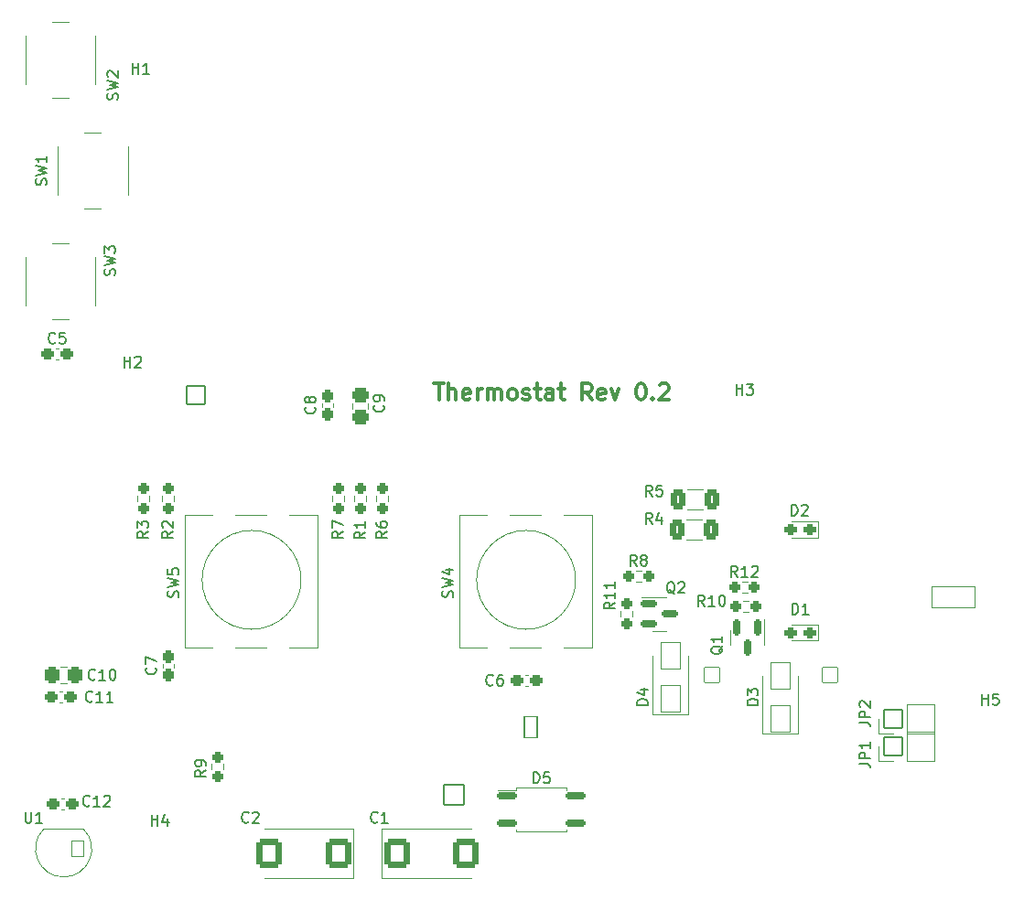
<source format=gto>
G04 #@! TF.GenerationSoftware,KiCad,Pcbnew,(6.0.9)*
G04 #@! TF.CreationDate,2022-11-18T10:30:43-07:00*
G04 #@! TF.ProjectId,Thermostat1,54686572-6d6f-4737-9461-74312e6b6963,rev?*
G04 #@! TF.SameCoordinates,Original*
G04 #@! TF.FileFunction,Legend,Top*
G04 #@! TF.FilePolarity,Positive*
%FSLAX46Y46*%
G04 Gerber Fmt 4.6, Leading zero omitted, Abs format (unit mm)*
G04 Created by KiCad (PCBNEW (6.0.9)) date 2022-11-18 10:30:43*
%MOMM*%
%LPD*%
G01*
G04 APERTURE LIST*
G04 Aperture macros list*
%AMRoundRect*
0 Rectangle with rounded corners*
0 $1 Rounding radius*
0 $2 $3 $4 $5 $6 $7 $8 $9 X,Y pos of 4 corners*
0 Add a 4 corners polygon primitive as box body*
4,1,4,$2,$3,$4,$5,$6,$7,$8,$9,$2,$3,0*
0 Add four circle primitives for the rounded corners*
1,1,$1+$1,$2,$3*
1,1,$1+$1,$4,$5*
1,1,$1+$1,$6,$7*
1,1,$1+$1,$8,$9*
0 Add four rect primitives between the rounded corners*
20,1,$1+$1,$2,$3,$4,$5,0*
20,1,$1+$1,$4,$5,$6,$7,0*
20,1,$1+$1,$6,$7,$8,$9,0*
20,1,$1+$1,$8,$9,$2,$3,0*%
G04 Aperture macros list end*
%ADD10C,0.300000*%
%ADD11C,0.150000*%
%ADD12C,0.120000*%
%ADD13O,1.952000X3.150000*%
%ADD14C,2.102000*%
%ADD15RoundRect,0.288500X-0.250000X-0.237500X0.250000X-0.237500X0.250000X0.237500X-0.250000X0.237500X0*%
%ADD16RoundRect,0.288500X0.237500X-0.250000X0.237500X0.250000X-0.237500X0.250000X-0.237500X-0.250000X0*%
%ADD17RoundRect,0.301000X-0.400000X-0.625000X0.400000X-0.625000X0.400000X0.625000X-0.400000X0.625000X0*%
%ADD18RoundRect,0.051000X0.525000X0.750000X-0.525000X0.750000X-0.525000X-0.750000X0.525000X-0.750000X0*%
%ADD19O,1.152000X1.602000*%
%ADD20RoundRect,0.288500X0.287500X0.237500X-0.287500X0.237500X-0.287500X-0.237500X0.287500X-0.237500X0*%
%ADD21RoundRect,0.288500X-0.237500X0.250000X-0.237500X-0.250000X0.237500X-0.250000X0.237500X0.250000X0*%
%ADD22RoundRect,0.201000X-0.150000X0.587500X-0.150000X-0.587500X0.150000X-0.587500X0.150000X0.587500X0*%
%ADD23RoundRect,0.051000X0.900000X-1.250000X0.900000X1.250000X-0.900000X1.250000X-0.900000X-1.250000X0*%
%ADD24RoundRect,0.301000X-0.475000X0.337500X-0.475000X-0.337500X0.475000X-0.337500X0.475000X0.337500X0*%
%ADD25RoundRect,0.288500X-0.300000X-0.237500X0.300000X-0.237500X0.300000X0.237500X-0.300000X0.237500X0*%
%ADD26RoundRect,0.288500X-0.237500X0.300000X-0.237500X-0.300000X0.237500X-0.300000X0.237500X0.300000X0*%
%ADD27C,5.702000*%
%ADD28RoundRect,0.288500X0.250000X0.237500X-0.250000X0.237500X-0.250000X-0.237500X0.250000X-0.237500X0*%
%ADD29RoundRect,0.201000X-0.587500X-0.150000X0.587500X-0.150000X0.587500X0.150000X-0.587500X0.150000X0*%
%ADD30RoundRect,0.301000X-0.875000X-1.025000X0.875000X-1.025000X0.875000X1.025000X-0.875000X1.025000X0*%
%ADD31RoundRect,0.051000X0.850000X-0.850000X0.850000X0.850000X-0.850000X0.850000X-0.850000X-0.850000X0*%
%ADD32O,1.802000X1.802000*%
%ADD33RoundRect,0.301000X0.875000X1.025000X-0.875000X1.025000X-0.875000X-1.025000X0.875000X-1.025000X0*%
%ADD34RoundRect,0.301000X0.337500X0.475000X-0.337500X0.475000X-0.337500X-0.475000X0.337500X-0.475000X0*%
%ADD35RoundRect,0.201000X-0.750000X-0.150000X0.750000X-0.150000X0.750000X0.150000X-0.750000X0.150000X0*%
%ADD36RoundRect,0.288500X0.300000X0.237500X-0.300000X0.237500X-0.300000X-0.237500X0.300000X-0.237500X0*%
%ADD37RoundRect,0.051000X0.700000X0.700000X-0.700000X0.700000X-0.700000X-0.700000X0.700000X-0.700000X0*%
%ADD38C,1.502000*%
%ADD39RoundRect,0.051000X-0.850000X0.850000X-0.850000X-0.850000X0.850000X-0.850000X0.850000X0.850000X0*%
%ADD40RoundRect,0.051000X0.600000X1.000000X-0.600000X1.000000X-0.600000X-1.000000X0.600000X-1.000000X0*%
%ADD41O,1.302000X2.102000*%
%ADD42RoundRect,0.051000X1.980000X-0.990000X1.980000X0.990000X-1.980000X0.990000X-1.980000X-0.990000X0*%
%ADD43O,4.062000X2.082000*%
%ADD44RoundRect,0.051000X0.925000X-0.925000X0.925000X0.925000X-0.925000X0.925000X-0.925000X-0.925000X0*%
%ADD45C,1.952000*%
G04 APERTURE END LIST*
D10*
X63747428Y-61154571D02*
X64604571Y-61154571D01*
X64176000Y-62654571D02*
X64176000Y-61154571D01*
X65104571Y-62654571D02*
X65104571Y-61154571D01*
X65747428Y-62654571D02*
X65747428Y-61868857D01*
X65676000Y-61726000D01*
X65533142Y-61654571D01*
X65318857Y-61654571D01*
X65176000Y-61726000D01*
X65104571Y-61797428D01*
X67033142Y-62583142D02*
X66890285Y-62654571D01*
X66604571Y-62654571D01*
X66461714Y-62583142D01*
X66390285Y-62440285D01*
X66390285Y-61868857D01*
X66461714Y-61726000D01*
X66604571Y-61654571D01*
X66890285Y-61654571D01*
X67033142Y-61726000D01*
X67104571Y-61868857D01*
X67104571Y-62011714D01*
X66390285Y-62154571D01*
X67747428Y-62654571D02*
X67747428Y-61654571D01*
X67747428Y-61940285D02*
X67818857Y-61797428D01*
X67890285Y-61726000D01*
X68033142Y-61654571D01*
X68176000Y-61654571D01*
X68676000Y-62654571D02*
X68676000Y-61654571D01*
X68676000Y-61797428D02*
X68747428Y-61726000D01*
X68890285Y-61654571D01*
X69104571Y-61654571D01*
X69247428Y-61726000D01*
X69318857Y-61868857D01*
X69318857Y-62654571D01*
X69318857Y-61868857D02*
X69390285Y-61726000D01*
X69533142Y-61654571D01*
X69747428Y-61654571D01*
X69890285Y-61726000D01*
X69961714Y-61868857D01*
X69961714Y-62654571D01*
X70890285Y-62654571D02*
X70747428Y-62583142D01*
X70676000Y-62511714D01*
X70604571Y-62368857D01*
X70604571Y-61940285D01*
X70676000Y-61797428D01*
X70747428Y-61726000D01*
X70890285Y-61654571D01*
X71104571Y-61654571D01*
X71247428Y-61726000D01*
X71318857Y-61797428D01*
X71390285Y-61940285D01*
X71390285Y-62368857D01*
X71318857Y-62511714D01*
X71247428Y-62583142D01*
X71104571Y-62654571D01*
X70890285Y-62654571D01*
X71961714Y-62583142D02*
X72104571Y-62654571D01*
X72390285Y-62654571D01*
X72533142Y-62583142D01*
X72604571Y-62440285D01*
X72604571Y-62368857D01*
X72533142Y-62226000D01*
X72390285Y-62154571D01*
X72176000Y-62154571D01*
X72033142Y-62083142D01*
X71961714Y-61940285D01*
X71961714Y-61868857D01*
X72033142Y-61726000D01*
X72176000Y-61654571D01*
X72390285Y-61654571D01*
X72533142Y-61726000D01*
X73033142Y-61654571D02*
X73604571Y-61654571D01*
X73247428Y-61154571D02*
X73247428Y-62440285D01*
X73318857Y-62583142D01*
X73461714Y-62654571D01*
X73604571Y-62654571D01*
X74747428Y-62654571D02*
X74747428Y-61868857D01*
X74676000Y-61726000D01*
X74533142Y-61654571D01*
X74247428Y-61654571D01*
X74104571Y-61726000D01*
X74747428Y-62583142D02*
X74604571Y-62654571D01*
X74247428Y-62654571D01*
X74104571Y-62583142D01*
X74033142Y-62440285D01*
X74033142Y-62297428D01*
X74104571Y-62154571D01*
X74247428Y-62083142D01*
X74604571Y-62083142D01*
X74747428Y-62011714D01*
X75247428Y-61654571D02*
X75818857Y-61654571D01*
X75461714Y-61154571D02*
X75461714Y-62440285D01*
X75533142Y-62583142D01*
X75676000Y-62654571D01*
X75818857Y-62654571D01*
X78318857Y-62654571D02*
X77818857Y-61940285D01*
X77461714Y-62654571D02*
X77461714Y-61154571D01*
X78033142Y-61154571D01*
X78176000Y-61226000D01*
X78247428Y-61297428D01*
X78318857Y-61440285D01*
X78318857Y-61654571D01*
X78247428Y-61797428D01*
X78176000Y-61868857D01*
X78033142Y-61940285D01*
X77461714Y-61940285D01*
X79533142Y-62583142D02*
X79390285Y-62654571D01*
X79104571Y-62654571D01*
X78961714Y-62583142D01*
X78890285Y-62440285D01*
X78890285Y-61868857D01*
X78961714Y-61726000D01*
X79104571Y-61654571D01*
X79390285Y-61654571D01*
X79533142Y-61726000D01*
X79604571Y-61868857D01*
X79604571Y-62011714D01*
X78890285Y-62154571D01*
X80104571Y-61654571D02*
X80461714Y-62654571D01*
X80818857Y-61654571D01*
X82818857Y-61154571D02*
X82961714Y-61154571D01*
X83104571Y-61226000D01*
X83176000Y-61297428D01*
X83247428Y-61440285D01*
X83318857Y-61726000D01*
X83318857Y-62083142D01*
X83247428Y-62368857D01*
X83176000Y-62511714D01*
X83104571Y-62583142D01*
X82961714Y-62654571D01*
X82818857Y-62654571D01*
X82676000Y-62583142D01*
X82604571Y-62511714D01*
X82533142Y-62368857D01*
X82461714Y-62083142D01*
X82461714Y-61726000D01*
X82533142Y-61440285D01*
X82604571Y-61297428D01*
X82676000Y-61226000D01*
X82818857Y-61154571D01*
X83961714Y-62511714D02*
X84033142Y-62583142D01*
X83961714Y-62654571D01*
X83890285Y-62583142D01*
X83961714Y-62511714D01*
X83961714Y-62654571D01*
X84604571Y-61297428D02*
X84676000Y-61226000D01*
X84818857Y-61154571D01*
X85176000Y-61154571D01*
X85318857Y-61226000D01*
X85390285Y-61297428D01*
X85461714Y-61440285D01*
X85461714Y-61583142D01*
X85390285Y-61797428D01*
X84533142Y-62654571D01*
X85461714Y-62654571D01*
D11*
X65456961Y-80919133D02*
X65504580Y-80776276D01*
X65504580Y-80538180D01*
X65456961Y-80442942D01*
X65409342Y-80395323D01*
X65314104Y-80347704D01*
X65218866Y-80347704D01*
X65123628Y-80395323D01*
X65076009Y-80442942D01*
X65028390Y-80538180D01*
X64980771Y-80728657D01*
X64933152Y-80823895D01*
X64885533Y-80871514D01*
X64790295Y-80919133D01*
X64695057Y-80919133D01*
X64599819Y-80871514D01*
X64552200Y-80823895D01*
X64504580Y-80728657D01*
X64504580Y-80490561D01*
X64552200Y-80347704D01*
X64504580Y-80014371D02*
X65504580Y-79776276D01*
X64790295Y-79585800D01*
X65504580Y-79395323D01*
X64504580Y-79157228D01*
X64837914Y-78347704D02*
X65504580Y-78347704D01*
X64456961Y-78585800D02*
X65171247Y-78823895D01*
X65171247Y-78204847D01*
X34186761Y-51117333D02*
X34234380Y-50974476D01*
X34234380Y-50736380D01*
X34186761Y-50641142D01*
X34139142Y-50593523D01*
X34043904Y-50545904D01*
X33948666Y-50545904D01*
X33853428Y-50593523D01*
X33805809Y-50641142D01*
X33758190Y-50736380D01*
X33710571Y-50926857D01*
X33662952Y-51022095D01*
X33615333Y-51069714D01*
X33520095Y-51117333D01*
X33424857Y-51117333D01*
X33329619Y-51069714D01*
X33282000Y-51022095D01*
X33234380Y-50926857D01*
X33234380Y-50688761D01*
X33282000Y-50545904D01*
X33234380Y-50212571D02*
X34234380Y-49974476D01*
X33520095Y-49784000D01*
X34234380Y-49593523D01*
X33234380Y-49355428D01*
X33234380Y-49069714D02*
X33234380Y-48450666D01*
X33615333Y-48784000D01*
X33615333Y-48641142D01*
X33662952Y-48545904D01*
X33710571Y-48498285D01*
X33805809Y-48450666D01*
X34043904Y-48450666D01*
X34139142Y-48498285D01*
X34186761Y-48545904D01*
X34234380Y-48641142D01*
X34234380Y-48926857D01*
X34186761Y-49022095D01*
X34139142Y-49069714D01*
X34440761Y-34861333D02*
X34488380Y-34718476D01*
X34488380Y-34480380D01*
X34440761Y-34385142D01*
X34393142Y-34337523D01*
X34297904Y-34289904D01*
X34202666Y-34289904D01*
X34107428Y-34337523D01*
X34059809Y-34385142D01*
X34012190Y-34480380D01*
X33964571Y-34670857D01*
X33916952Y-34766095D01*
X33869333Y-34813714D01*
X33774095Y-34861333D01*
X33678857Y-34861333D01*
X33583619Y-34813714D01*
X33536000Y-34766095D01*
X33488380Y-34670857D01*
X33488380Y-34432761D01*
X33536000Y-34289904D01*
X33488380Y-33956571D02*
X34488380Y-33718476D01*
X33774095Y-33528000D01*
X34488380Y-33337523D01*
X33488380Y-33099428D01*
X33583619Y-32766095D02*
X33536000Y-32718476D01*
X33488380Y-32623238D01*
X33488380Y-32385142D01*
X33536000Y-32289904D01*
X33583619Y-32242285D01*
X33678857Y-32194666D01*
X33774095Y-32194666D01*
X33916952Y-32242285D01*
X34488380Y-32813714D01*
X34488380Y-32194666D01*
X27836761Y-42760733D02*
X27884380Y-42617876D01*
X27884380Y-42379780D01*
X27836761Y-42284542D01*
X27789142Y-42236923D01*
X27693904Y-42189304D01*
X27598666Y-42189304D01*
X27503428Y-42236923D01*
X27455809Y-42284542D01*
X27408190Y-42379780D01*
X27360571Y-42570257D01*
X27312952Y-42665495D01*
X27265333Y-42713114D01*
X27170095Y-42760733D01*
X27074857Y-42760733D01*
X26979619Y-42713114D01*
X26932000Y-42665495D01*
X26884380Y-42570257D01*
X26884380Y-42332161D01*
X26932000Y-42189304D01*
X26884380Y-41855971D02*
X27884380Y-41617876D01*
X27170095Y-41427400D01*
X27884380Y-41236923D01*
X26884380Y-40998828D01*
X27884380Y-40094066D02*
X27884380Y-40665495D01*
X27884380Y-40379780D02*
X26884380Y-40379780D01*
X27027238Y-40475019D01*
X27122476Y-40570257D01*
X27170095Y-40665495D01*
X82486833Y-78016380D02*
X82153500Y-77540190D01*
X81915404Y-78016380D02*
X81915404Y-77016380D01*
X82296357Y-77016380D01*
X82391595Y-77064000D01*
X82439214Y-77111619D01*
X82486833Y-77206857D01*
X82486833Y-77349714D01*
X82439214Y-77444952D01*
X82391595Y-77492571D01*
X82296357Y-77540190D01*
X81915404Y-77540190D01*
X83058261Y-77444952D02*
X82963023Y-77397333D01*
X82915404Y-77349714D01*
X82867785Y-77254476D01*
X82867785Y-77206857D01*
X82915404Y-77111619D01*
X82963023Y-77064000D01*
X83058261Y-77016380D01*
X83248738Y-77016380D01*
X83343976Y-77064000D01*
X83391595Y-77111619D01*
X83439214Y-77206857D01*
X83439214Y-77254476D01*
X83391595Y-77349714D01*
X83343976Y-77397333D01*
X83248738Y-77444952D01*
X83058261Y-77444952D01*
X82963023Y-77492571D01*
X82915404Y-77540190D01*
X82867785Y-77635428D01*
X82867785Y-77825904D01*
X82915404Y-77921142D01*
X82963023Y-77968761D01*
X83058261Y-78016380D01*
X83248738Y-78016380D01*
X83343976Y-77968761D01*
X83391595Y-77921142D01*
X83439214Y-77825904D01*
X83439214Y-77635428D01*
X83391595Y-77540190D01*
X83343976Y-77492571D01*
X83248738Y-77444952D01*
X55316380Y-74842666D02*
X54840190Y-75176000D01*
X55316380Y-75414095D02*
X54316380Y-75414095D01*
X54316380Y-75033142D01*
X54364000Y-74937904D01*
X54411619Y-74890285D01*
X54506857Y-74842666D01*
X54649714Y-74842666D01*
X54744952Y-74890285D01*
X54792571Y-74937904D01*
X54840190Y-75033142D01*
X54840190Y-75414095D01*
X54316380Y-74509333D02*
X54316380Y-73842666D01*
X55316380Y-74271238D01*
X59380380Y-74842666D02*
X58904190Y-75176000D01*
X59380380Y-75414095D02*
X58380380Y-75414095D01*
X58380380Y-75033142D01*
X58428000Y-74937904D01*
X58475619Y-74890285D01*
X58570857Y-74842666D01*
X58713714Y-74842666D01*
X58808952Y-74890285D01*
X58856571Y-74937904D01*
X58904190Y-75033142D01*
X58904190Y-75414095D01*
X58380380Y-73985523D02*
X58380380Y-74176000D01*
X58428000Y-74271238D01*
X58475619Y-74318857D01*
X58618476Y-74414095D01*
X58808952Y-74461714D01*
X59189904Y-74461714D01*
X59285142Y-74414095D01*
X59332761Y-74366476D01*
X59380380Y-74271238D01*
X59380380Y-74080761D01*
X59332761Y-73985523D01*
X59285142Y-73937904D01*
X59189904Y-73890285D01*
X58951809Y-73890285D01*
X58856571Y-73937904D01*
X58808952Y-73985523D01*
X58761333Y-74080761D01*
X58761333Y-74271238D01*
X58808952Y-74366476D01*
X58856571Y-74414095D01*
X58951809Y-74461714D01*
X83907333Y-71572380D02*
X83574000Y-71096190D01*
X83335904Y-71572380D02*
X83335904Y-70572380D01*
X83716857Y-70572380D01*
X83812095Y-70620000D01*
X83859714Y-70667619D01*
X83907333Y-70762857D01*
X83907333Y-70905714D01*
X83859714Y-71000952D01*
X83812095Y-71048571D01*
X83716857Y-71096190D01*
X83335904Y-71096190D01*
X84812095Y-70572380D02*
X84335904Y-70572380D01*
X84288285Y-71048571D01*
X84335904Y-71000952D01*
X84431142Y-70953333D01*
X84669238Y-70953333D01*
X84764476Y-71000952D01*
X84812095Y-71048571D01*
X84859714Y-71143809D01*
X84859714Y-71381904D01*
X84812095Y-71477142D01*
X84764476Y-71524761D01*
X84669238Y-71572380D01*
X84431142Y-71572380D01*
X84335904Y-71524761D01*
X84288285Y-71477142D01*
X83907333Y-74112380D02*
X83574000Y-73636190D01*
X83335904Y-74112380D02*
X83335904Y-73112380D01*
X83716857Y-73112380D01*
X83812095Y-73160000D01*
X83859714Y-73207619D01*
X83907333Y-73302857D01*
X83907333Y-73445714D01*
X83859714Y-73540952D01*
X83812095Y-73588571D01*
X83716857Y-73636190D01*
X83335904Y-73636190D01*
X84764476Y-73445714D02*
X84764476Y-74112380D01*
X84526380Y-73064761D02*
X84288285Y-73779047D01*
X84907333Y-73779047D01*
X37282380Y-74842666D02*
X36806190Y-75176000D01*
X37282380Y-75414095D02*
X36282380Y-75414095D01*
X36282380Y-75033142D01*
X36330000Y-74937904D01*
X36377619Y-74890285D01*
X36472857Y-74842666D01*
X36615714Y-74842666D01*
X36710952Y-74890285D01*
X36758571Y-74937904D01*
X36806190Y-75033142D01*
X36806190Y-75414095D01*
X36282380Y-74509333D02*
X36282380Y-73890285D01*
X36663333Y-74223619D01*
X36663333Y-74080761D01*
X36710952Y-73985523D01*
X36758571Y-73937904D01*
X36853809Y-73890285D01*
X37091904Y-73890285D01*
X37187142Y-73937904D01*
X37234761Y-73985523D01*
X37282380Y-74080761D01*
X37282380Y-74366476D01*
X37234761Y-74461714D01*
X37187142Y-74509333D01*
X39568380Y-74842666D02*
X39092190Y-75176000D01*
X39568380Y-75414095D02*
X38568380Y-75414095D01*
X38568380Y-75033142D01*
X38616000Y-74937904D01*
X38663619Y-74890285D01*
X38758857Y-74842666D01*
X38901714Y-74842666D01*
X38996952Y-74890285D01*
X39044571Y-74937904D01*
X39092190Y-75033142D01*
X39092190Y-75414095D01*
X38663619Y-74461714D02*
X38616000Y-74414095D01*
X38568380Y-74318857D01*
X38568380Y-74080761D01*
X38616000Y-73985523D01*
X38663619Y-73937904D01*
X38758857Y-73890285D01*
X38854095Y-73890285D01*
X38996952Y-73937904D01*
X39568380Y-74509333D01*
X39568380Y-73890285D01*
X57348380Y-74889666D02*
X56872190Y-75223000D01*
X57348380Y-75461095D02*
X56348380Y-75461095D01*
X56348380Y-75080142D01*
X56396000Y-74984904D01*
X56443619Y-74937285D01*
X56538857Y-74889666D01*
X56681714Y-74889666D01*
X56776952Y-74937285D01*
X56824571Y-74984904D01*
X56872190Y-75080142D01*
X56872190Y-75461095D01*
X57348380Y-73937285D02*
X57348380Y-74508714D01*
X57348380Y-74223000D02*
X56348380Y-74223000D01*
X56491238Y-74318238D01*
X56586476Y-74413476D01*
X56634095Y-74508714D01*
X40056961Y-80919133D02*
X40104580Y-80776276D01*
X40104580Y-80538180D01*
X40056961Y-80442942D01*
X40009342Y-80395323D01*
X39914104Y-80347704D01*
X39818866Y-80347704D01*
X39723628Y-80395323D01*
X39676009Y-80442942D01*
X39628390Y-80538180D01*
X39580771Y-80728657D01*
X39533152Y-80823895D01*
X39485533Y-80871514D01*
X39390295Y-80919133D01*
X39295057Y-80919133D01*
X39199819Y-80871514D01*
X39152200Y-80823895D01*
X39104580Y-80728657D01*
X39104580Y-80490561D01*
X39152200Y-80347704D01*
X39104580Y-80014371D02*
X40104580Y-79776276D01*
X39390295Y-79585800D01*
X40104580Y-79395323D01*
X39104580Y-79157228D01*
X39104580Y-78300085D02*
X39104580Y-78776276D01*
X39580771Y-78823895D01*
X39533152Y-78776276D01*
X39485533Y-78681038D01*
X39485533Y-78442942D01*
X39533152Y-78347704D01*
X39580771Y-78300085D01*
X39676009Y-78252466D01*
X39914104Y-78252466D01*
X40009342Y-78300085D01*
X40056961Y-78347704D01*
X40104580Y-78442942D01*
X40104580Y-78681038D01*
X40056961Y-78776276D01*
X40009342Y-78823895D01*
X25908095Y-100798380D02*
X25908095Y-101607904D01*
X25955714Y-101703142D01*
X26003333Y-101750761D01*
X26098571Y-101798380D01*
X26289047Y-101798380D01*
X26384285Y-101750761D01*
X26431904Y-101703142D01*
X26479523Y-101607904D01*
X26479523Y-100798380D01*
X27479523Y-101798380D02*
X26908095Y-101798380D01*
X27193809Y-101798380D02*
X27193809Y-100798380D01*
X27098571Y-100941238D01*
X27003333Y-101036476D01*
X26908095Y-101084095D01*
X96797904Y-73350380D02*
X96797904Y-72350380D01*
X97036000Y-72350380D01*
X97178857Y-72398000D01*
X97274095Y-72493238D01*
X97321714Y-72588476D01*
X97369333Y-72778952D01*
X97369333Y-72921809D01*
X97321714Y-73112285D01*
X97274095Y-73207523D01*
X97178857Y-73302761D01*
X97036000Y-73350380D01*
X96797904Y-73350380D01*
X97750285Y-72445619D02*
X97797904Y-72398000D01*
X97893142Y-72350380D01*
X98131238Y-72350380D01*
X98226476Y-72398000D01*
X98274095Y-72445619D01*
X98321714Y-72540857D01*
X98321714Y-72636095D01*
X98274095Y-72778952D01*
X97702666Y-73350380D01*
X98321714Y-73350380D01*
X96874104Y-82494380D02*
X96874104Y-81494380D01*
X97112200Y-81494380D01*
X97255057Y-81542000D01*
X97350295Y-81637238D01*
X97397914Y-81732476D01*
X97445533Y-81922952D01*
X97445533Y-82065809D01*
X97397914Y-82256285D01*
X97350295Y-82351523D01*
X97255057Y-82446761D01*
X97112200Y-82494380D01*
X96874104Y-82494380D01*
X98397914Y-82494380D02*
X97826485Y-82494380D01*
X98112200Y-82494380D02*
X98112200Y-81494380D01*
X98016961Y-81637238D01*
X97921723Y-81732476D01*
X97826485Y-81780095D01*
X42616380Y-96940666D02*
X42140190Y-97274000D01*
X42616380Y-97512095D02*
X41616380Y-97512095D01*
X41616380Y-97131142D01*
X41664000Y-97035904D01*
X41711619Y-96988285D01*
X41806857Y-96940666D01*
X41949714Y-96940666D01*
X42044952Y-96988285D01*
X42092571Y-97035904D01*
X42140190Y-97131142D01*
X42140190Y-97512095D01*
X42616380Y-96464476D02*
X42616380Y-96274000D01*
X42568761Y-96178761D01*
X42521142Y-96131142D01*
X42378285Y-96035904D01*
X42187809Y-95988285D01*
X41806857Y-95988285D01*
X41711619Y-96035904D01*
X41664000Y-96083523D01*
X41616380Y-96178761D01*
X41616380Y-96369238D01*
X41664000Y-96464476D01*
X41711619Y-96512095D01*
X41806857Y-96559714D01*
X42044952Y-96559714D01*
X42140190Y-96512095D01*
X42187809Y-96464476D01*
X42235428Y-96369238D01*
X42235428Y-96178761D01*
X42187809Y-96083523D01*
X42140190Y-96035904D01*
X42044952Y-95988285D01*
X90463619Y-85439238D02*
X90416000Y-85534476D01*
X90320761Y-85629714D01*
X90177904Y-85772571D01*
X90130285Y-85867809D01*
X90130285Y-85963047D01*
X90368380Y-85915428D02*
X90320761Y-86010666D01*
X90225523Y-86105904D01*
X90035047Y-86153523D01*
X89701714Y-86153523D01*
X89511238Y-86105904D01*
X89416000Y-86010666D01*
X89368380Y-85915428D01*
X89368380Y-85724952D01*
X89416000Y-85629714D01*
X89511238Y-85534476D01*
X89701714Y-85486857D01*
X90035047Y-85486857D01*
X90225523Y-85534476D01*
X90320761Y-85629714D01*
X90368380Y-85724952D01*
X90368380Y-85915428D01*
X90368380Y-84534476D02*
X90368380Y-85105904D01*
X90368380Y-84820190D02*
X89368380Y-84820190D01*
X89511238Y-84915428D01*
X89606476Y-85010666D01*
X89654095Y-85105904D01*
X83510380Y-90908095D02*
X82510380Y-90908095D01*
X82510380Y-90670000D01*
X82558000Y-90527142D01*
X82653238Y-90431904D01*
X82748476Y-90384285D01*
X82938952Y-90336666D01*
X83081809Y-90336666D01*
X83272285Y-90384285D01*
X83367523Y-90431904D01*
X83462761Y-90527142D01*
X83510380Y-90670000D01*
X83510380Y-90908095D01*
X82843714Y-89479523D02*
X83510380Y-89479523D01*
X82462761Y-89717619D02*
X83177047Y-89955714D01*
X83177047Y-89336666D01*
X59031142Y-63158666D02*
X59078761Y-63206285D01*
X59126380Y-63349142D01*
X59126380Y-63444380D01*
X59078761Y-63587238D01*
X58983523Y-63682476D01*
X58888285Y-63730095D01*
X58697809Y-63777714D01*
X58554952Y-63777714D01*
X58364476Y-63730095D01*
X58269238Y-63682476D01*
X58174000Y-63587238D01*
X58126380Y-63444380D01*
X58126380Y-63349142D01*
X58174000Y-63206285D01*
X58221619Y-63158666D01*
X59126380Y-62682476D02*
X59126380Y-62492000D01*
X59078761Y-62396761D01*
X59031142Y-62349142D01*
X58888285Y-62253904D01*
X58697809Y-62206285D01*
X58316857Y-62206285D01*
X58221619Y-62253904D01*
X58174000Y-62301523D01*
X58126380Y-62396761D01*
X58126380Y-62587238D01*
X58174000Y-62682476D01*
X58221619Y-62730095D01*
X58316857Y-62777714D01*
X58554952Y-62777714D01*
X58650190Y-62730095D01*
X58697809Y-62682476D01*
X58745428Y-62587238D01*
X58745428Y-62396761D01*
X58697809Y-62301523D01*
X58650190Y-62253904D01*
X58554952Y-62206285D01*
X69175333Y-89003142D02*
X69127714Y-89050761D01*
X68984857Y-89098380D01*
X68889619Y-89098380D01*
X68746761Y-89050761D01*
X68651523Y-88955523D01*
X68603904Y-88860285D01*
X68556285Y-88669809D01*
X68556285Y-88526952D01*
X68603904Y-88336476D01*
X68651523Y-88241238D01*
X68746761Y-88146000D01*
X68889619Y-88098380D01*
X68984857Y-88098380D01*
X69127714Y-88146000D01*
X69175333Y-88193619D01*
X70032476Y-88098380D02*
X69842000Y-88098380D01*
X69746761Y-88146000D01*
X69699142Y-88193619D01*
X69603904Y-88336476D01*
X69556285Y-88526952D01*
X69556285Y-88907904D01*
X69603904Y-89003142D01*
X69651523Y-89050761D01*
X69746761Y-89098380D01*
X69937238Y-89098380D01*
X70032476Y-89050761D01*
X70080095Y-89003142D01*
X70127714Y-88907904D01*
X70127714Y-88669809D01*
X70080095Y-88574571D01*
X70032476Y-88526952D01*
X69937238Y-88479333D01*
X69746761Y-88479333D01*
X69651523Y-88526952D01*
X69603904Y-88574571D01*
X69556285Y-88669809D01*
X52681142Y-63312166D02*
X52728761Y-63359785D01*
X52776380Y-63502642D01*
X52776380Y-63597880D01*
X52728761Y-63740738D01*
X52633523Y-63835976D01*
X52538285Y-63883595D01*
X52347809Y-63931214D01*
X52204952Y-63931214D01*
X52014476Y-63883595D01*
X51919238Y-63835976D01*
X51824000Y-63740738D01*
X51776380Y-63597880D01*
X51776380Y-63502642D01*
X51824000Y-63359785D01*
X51871619Y-63312166D01*
X52204952Y-62740738D02*
X52157333Y-62835976D01*
X52109714Y-62883595D01*
X52014476Y-62931214D01*
X51966857Y-62931214D01*
X51871619Y-62883595D01*
X51824000Y-62835976D01*
X51776380Y-62740738D01*
X51776380Y-62550261D01*
X51824000Y-62455023D01*
X51871619Y-62407404D01*
X51966857Y-62359785D01*
X52014476Y-62359785D01*
X52109714Y-62407404D01*
X52157333Y-62455023D01*
X52204952Y-62550261D01*
X52204952Y-62740738D01*
X52252571Y-62835976D01*
X52300190Y-62883595D01*
X52395428Y-62931214D01*
X52585904Y-62931214D01*
X52681142Y-62883595D01*
X52728761Y-62835976D01*
X52776380Y-62740738D01*
X52776380Y-62550261D01*
X52728761Y-62455023D01*
X52681142Y-62407404D01*
X52585904Y-62359785D01*
X52395428Y-62359785D01*
X52300190Y-62407404D01*
X52252571Y-62455023D01*
X52204952Y-62550261D01*
X37592095Y-102052380D02*
X37592095Y-101052380D01*
X37592095Y-101528571D02*
X38163523Y-101528571D01*
X38163523Y-102052380D02*
X38163523Y-101052380D01*
X39068285Y-101385714D02*
X39068285Y-102052380D01*
X38830190Y-101004761D02*
X38592095Y-101719047D01*
X39211142Y-101719047D01*
X28688833Y-57347142D02*
X28641214Y-57394761D01*
X28498357Y-57442380D01*
X28403119Y-57442380D01*
X28260261Y-57394761D01*
X28165023Y-57299523D01*
X28117404Y-57204285D01*
X28069785Y-57013809D01*
X28069785Y-56870952D01*
X28117404Y-56680476D01*
X28165023Y-56585238D01*
X28260261Y-56490000D01*
X28403119Y-56442380D01*
X28498357Y-56442380D01*
X28641214Y-56490000D01*
X28688833Y-56537619D01*
X29593595Y-56442380D02*
X29117404Y-56442380D01*
X29069785Y-56918571D01*
X29117404Y-56870952D01*
X29212642Y-56823333D01*
X29450738Y-56823333D01*
X29545976Y-56870952D01*
X29593595Y-56918571D01*
X29641214Y-57013809D01*
X29641214Y-57251904D01*
X29593595Y-57347142D01*
X29545976Y-57394761D01*
X29450738Y-57442380D01*
X29212642Y-57442380D01*
X29117404Y-57394761D01*
X29069785Y-57347142D01*
X88765142Y-81732380D02*
X88431809Y-81256190D01*
X88193714Y-81732380D02*
X88193714Y-80732380D01*
X88574666Y-80732380D01*
X88669904Y-80780000D01*
X88717523Y-80827619D01*
X88765142Y-80922857D01*
X88765142Y-81065714D01*
X88717523Y-81160952D01*
X88669904Y-81208571D01*
X88574666Y-81256190D01*
X88193714Y-81256190D01*
X89717523Y-81732380D02*
X89146095Y-81732380D01*
X89431809Y-81732380D02*
X89431809Y-80732380D01*
X89336571Y-80875238D01*
X89241333Y-80970476D01*
X89146095Y-81018095D01*
X90336571Y-80732380D02*
X90431809Y-80732380D01*
X90527047Y-80780000D01*
X90574666Y-80827619D01*
X90622285Y-80922857D01*
X90669904Y-81113333D01*
X90669904Y-81351428D01*
X90622285Y-81541904D01*
X90574666Y-81637142D01*
X90527047Y-81684761D01*
X90431809Y-81732380D01*
X90336571Y-81732380D01*
X90241333Y-81684761D01*
X90193714Y-81637142D01*
X90146095Y-81541904D01*
X90098476Y-81351428D01*
X90098476Y-81113333D01*
X90146095Y-80922857D01*
X90193714Y-80827619D01*
X90241333Y-80780000D01*
X90336571Y-80732380D01*
X86010761Y-80619119D02*
X85915523Y-80571500D01*
X85820285Y-80476261D01*
X85677428Y-80333404D01*
X85582190Y-80285785D01*
X85486952Y-80285785D01*
X85534571Y-80523880D02*
X85439333Y-80476261D01*
X85344095Y-80381023D01*
X85296476Y-80190547D01*
X85296476Y-79857214D01*
X85344095Y-79666738D01*
X85439333Y-79571500D01*
X85534571Y-79523880D01*
X85725047Y-79523880D01*
X85820285Y-79571500D01*
X85915523Y-79666738D01*
X85963142Y-79857214D01*
X85963142Y-80190547D01*
X85915523Y-80381023D01*
X85820285Y-80476261D01*
X85725047Y-80523880D01*
X85534571Y-80523880D01*
X86344095Y-79619119D02*
X86391714Y-79571500D01*
X86486952Y-79523880D01*
X86725047Y-79523880D01*
X86820285Y-79571500D01*
X86867904Y-79619119D01*
X86915523Y-79714357D01*
X86915523Y-79809595D01*
X86867904Y-79952452D01*
X86296476Y-80523880D01*
X86915523Y-80523880D01*
X35814095Y-32456380D02*
X35814095Y-31456380D01*
X35814095Y-31932571D02*
X36385523Y-31932571D01*
X36385523Y-32456380D02*
X36385523Y-31456380D01*
X37385523Y-32456380D02*
X36814095Y-32456380D01*
X37099809Y-32456380D02*
X37099809Y-31456380D01*
X37004571Y-31599238D01*
X36909333Y-31694476D01*
X36814095Y-31742095D01*
X58507333Y-101703142D02*
X58459714Y-101750761D01*
X58316857Y-101798380D01*
X58221619Y-101798380D01*
X58078761Y-101750761D01*
X57983523Y-101655523D01*
X57935904Y-101560285D01*
X57888285Y-101369809D01*
X57888285Y-101226952D01*
X57935904Y-101036476D01*
X57983523Y-100941238D01*
X58078761Y-100846000D01*
X58221619Y-100798380D01*
X58316857Y-100798380D01*
X58459714Y-100846000D01*
X58507333Y-100893619D01*
X59459714Y-101798380D02*
X58888285Y-101798380D01*
X59174000Y-101798380D02*
X59174000Y-100798380D01*
X59078761Y-100941238D01*
X58983523Y-101036476D01*
X58888285Y-101084095D01*
X31869142Y-100179142D02*
X31821523Y-100226761D01*
X31678666Y-100274380D01*
X31583428Y-100274380D01*
X31440571Y-100226761D01*
X31345333Y-100131523D01*
X31297714Y-100036285D01*
X31250095Y-99845809D01*
X31250095Y-99702952D01*
X31297714Y-99512476D01*
X31345333Y-99417238D01*
X31440571Y-99322000D01*
X31583428Y-99274380D01*
X31678666Y-99274380D01*
X31821523Y-99322000D01*
X31869142Y-99369619D01*
X32821523Y-100274380D02*
X32250095Y-100274380D01*
X32535809Y-100274380D02*
X32535809Y-99274380D01*
X32440571Y-99417238D01*
X32345333Y-99512476D01*
X32250095Y-99560095D01*
X33202476Y-99369619D02*
X33250095Y-99322000D01*
X33345333Y-99274380D01*
X33583428Y-99274380D01*
X33678666Y-99322000D01*
X33726285Y-99369619D01*
X33773904Y-99464857D01*
X33773904Y-99560095D01*
X33726285Y-99702952D01*
X33154857Y-100274380D01*
X33773904Y-100274380D01*
X103084380Y-92527333D02*
X103798666Y-92527333D01*
X103941523Y-92574952D01*
X104036761Y-92670190D01*
X104084380Y-92813047D01*
X104084380Y-92908285D01*
X104084380Y-92051142D02*
X103084380Y-92051142D01*
X103084380Y-91670190D01*
X103132000Y-91574952D01*
X103179619Y-91527333D01*
X103274857Y-91479714D01*
X103417714Y-91479714D01*
X103512952Y-91527333D01*
X103560571Y-91574952D01*
X103608190Y-91670190D01*
X103608190Y-92051142D01*
X103179619Y-91098761D02*
X103132000Y-91051142D01*
X103084380Y-90955904D01*
X103084380Y-90717809D01*
X103132000Y-90622571D01*
X103179619Y-90574952D01*
X103274857Y-90527333D01*
X103370095Y-90527333D01*
X103512952Y-90574952D01*
X104084380Y-91146380D01*
X104084380Y-90527333D01*
X93710380Y-90914695D02*
X92710380Y-90914695D01*
X92710380Y-90676600D01*
X92758000Y-90533742D01*
X92853238Y-90438504D01*
X92948476Y-90390885D01*
X93138952Y-90343266D01*
X93281809Y-90343266D01*
X93472285Y-90390885D01*
X93567523Y-90438504D01*
X93662761Y-90533742D01*
X93710380Y-90676600D01*
X93710380Y-90914695D01*
X92710380Y-90009933D02*
X92710380Y-89390885D01*
X93091333Y-89724219D01*
X93091333Y-89581361D01*
X93138952Y-89486123D01*
X93186571Y-89438504D01*
X93281809Y-89390885D01*
X93519904Y-89390885D01*
X93615142Y-89438504D01*
X93662761Y-89486123D01*
X93710380Y-89581361D01*
X93710380Y-89867076D01*
X93662761Y-89962314D01*
X93615142Y-90009933D01*
X46569333Y-101703142D02*
X46521714Y-101750761D01*
X46378857Y-101798380D01*
X46283619Y-101798380D01*
X46140761Y-101750761D01*
X46045523Y-101655523D01*
X45997904Y-101560285D01*
X45950285Y-101369809D01*
X45950285Y-101226952D01*
X45997904Y-101036476D01*
X46045523Y-100941238D01*
X46140761Y-100846000D01*
X46283619Y-100798380D01*
X46378857Y-100798380D01*
X46521714Y-100846000D01*
X46569333Y-100893619D01*
X46950285Y-100893619D02*
X46997904Y-100846000D01*
X47093142Y-100798380D01*
X47331238Y-100798380D01*
X47426476Y-100846000D01*
X47474095Y-100893619D01*
X47521714Y-100988857D01*
X47521714Y-101084095D01*
X47474095Y-101226952D01*
X46902666Y-101798380D01*
X47521714Y-101798380D01*
X114427095Y-90886380D02*
X114427095Y-89886380D01*
X114427095Y-90362571D02*
X114998523Y-90362571D01*
X114998523Y-90886380D02*
X114998523Y-89886380D01*
X115950904Y-89886380D02*
X115474714Y-89886380D01*
X115427095Y-90362571D01*
X115474714Y-90314952D01*
X115569952Y-90267333D01*
X115808047Y-90267333D01*
X115903285Y-90314952D01*
X115950904Y-90362571D01*
X115998523Y-90457809D01*
X115998523Y-90695904D01*
X115950904Y-90791142D01*
X115903285Y-90838761D01*
X115808047Y-90886380D01*
X115569952Y-90886380D01*
X115474714Y-90838761D01*
X115427095Y-90791142D01*
X37949142Y-87442166D02*
X37996761Y-87489785D01*
X38044380Y-87632642D01*
X38044380Y-87727880D01*
X37996761Y-87870738D01*
X37901523Y-87965976D01*
X37806285Y-88013595D01*
X37615809Y-88061214D01*
X37472952Y-88061214D01*
X37282476Y-88013595D01*
X37187238Y-87965976D01*
X37092000Y-87870738D01*
X37044380Y-87727880D01*
X37044380Y-87632642D01*
X37092000Y-87489785D01*
X37139619Y-87442166D01*
X37044380Y-87108833D02*
X37044380Y-86442166D01*
X38044380Y-86870738D01*
X35052095Y-59634380D02*
X35052095Y-58634380D01*
X35052095Y-59110571D02*
X35623523Y-59110571D01*
X35623523Y-59634380D02*
X35623523Y-58634380D01*
X36052095Y-58729619D02*
X36099714Y-58682000D01*
X36194952Y-58634380D01*
X36433047Y-58634380D01*
X36528285Y-58682000D01*
X36575904Y-58729619D01*
X36623523Y-58824857D01*
X36623523Y-58920095D01*
X36575904Y-59062952D01*
X36004476Y-59634380D01*
X36623523Y-59634380D01*
X91694095Y-62174380D02*
X91694095Y-61174380D01*
X91694095Y-61650571D02*
X92265523Y-61650571D01*
X92265523Y-62174380D02*
X92265523Y-61174380D01*
X92646476Y-61174380D02*
X93265523Y-61174380D01*
X92932190Y-61555333D01*
X93075047Y-61555333D01*
X93170285Y-61602952D01*
X93217904Y-61650571D01*
X93265523Y-61745809D01*
X93265523Y-61983904D01*
X93217904Y-62079142D01*
X93170285Y-62126761D01*
X93075047Y-62174380D01*
X92789333Y-62174380D01*
X92694095Y-62126761D01*
X92646476Y-62079142D01*
X32377142Y-88495142D02*
X32329523Y-88542761D01*
X32186666Y-88590380D01*
X32091428Y-88590380D01*
X31948571Y-88542761D01*
X31853333Y-88447523D01*
X31805714Y-88352285D01*
X31758095Y-88161809D01*
X31758095Y-88018952D01*
X31805714Y-87828476D01*
X31853333Y-87733238D01*
X31948571Y-87638000D01*
X32091428Y-87590380D01*
X32186666Y-87590380D01*
X32329523Y-87638000D01*
X32377142Y-87685619D01*
X33329523Y-88590380D02*
X32758095Y-88590380D01*
X33043809Y-88590380D02*
X33043809Y-87590380D01*
X32948571Y-87733238D01*
X32853333Y-87828476D01*
X32758095Y-87876095D01*
X33948571Y-87590380D02*
X34043809Y-87590380D01*
X34139047Y-87638000D01*
X34186666Y-87685619D01*
X34234285Y-87780857D01*
X34281904Y-87971333D01*
X34281904Y-88209428D01*
X34234285Y-88399904D01*
X34186666Y-88495142D01*
X34139047Y-88542761D01*
X34043809Y-88590380D01*
X33948571Y-88590380D01*
X33853333Y-88542761D01*
X33805714Y-88495142D01*
X33758095Y-88399904D01*
X33710476Y-88209428D01*
X33710476Y-87971333D01*
X33758095Y-87780857D01*
X33805714Y-87685619D01*
X33853333Y-87638000D01*
X33948571Y-87590380D01*
X72921904Y-98136380D02*
X72921904Y-97136380D01*
X73160000Y-97136380D01*
X73302857Y-97184000D01*
X73398095Y-97279238D01*
X73445714Y-97374476D01*
X73493333Y-97564952D01*
X73493333Y-97707809D01*
X73445714Y-97898285D01*
X73398095Y-97993523D01*
X73302857Y-98088761D01*
X73160000Y-98136380D01*
X72921904Y-98136380D01*
X74398095Y-97136380D02*
X73921904Y-97136380D01*
X73874285Y-97612571D01*
X73921904Y-97564952D01*
X74017142Y-97517333D01*
X74255238Y-97517333D01*
X74350476Y-97564952D01*
X74398095Y-97612571D01*
X74445714Y-97707809D01*
X74445714Y-97945904D01*
X74398095Y-98041142D01*
X74350476Y-98088761D01*
X74255238Y-98136380D01*
X74017142Y-98136380D01*
X73921904Y-98088761D01*
X73874285Y-98041142D01*
X91813142Y-79032380D02*
X91479809Y-78556190D01*
X91241714Y-79032380D02*
X91241714Y-78032380D01*
X91622666Y-78032380D01*
X91717904Y-78080000D01*
X91765523Y-78127619D01*
X91813142Y-78222857D01*
X91813142Y-78365714D01*
X91765523Y-78460952D01*
X91717904Y-78508571D01*
X91622666Y-78556190D01*
X91241714Y-78556190D01*
X92765523Y-79032380D02*
X92194095Y-79032380D01*
X92479809Y-79032380D02*
X92479809Y-78032380D01*
X92384571Y-78175238D01*
X92289333Y-78270476D01*
X92194095Y-78318095D01*
X93146476Y-78127619D02*
X93194095Y-78080000D01*
X93289333Y-78032380D01*
X93527428Y-78032380D01*
X93622666Y-78080000D01*
X93670285Y-78127619D01*
X93717904Y-78222857D01*
X93717904Y-78318095D01*
X93670285Y-78460952D01*
X93098857Y-79032380D01*
X93717904Y-79032380D01*
X103084380Y-96337333D02*
X103798666Y-96337333D01*
X103941523Y-96384952D01*
X104036761Y-96480190D01*
X104084380Y-96623047D01*
X104084380Y-96718285D01*
X104084380Y-95861142D02*
X103084380Y-95861142D01*
X103084380Y-95480190D01*
X103132000Y-95384952D01*
X103179619Y-95337333D01*
X103274857Y-95289714D01*
X103417714Y-95289714D01*
X103512952Y-95337333D01*
X103560571Y-95384952D01*
X103608190Y-95480190D01*
X103608190Y-95861142D01*
X104084380Y-94337333D02*
X104084380Y-94908761D01*
X104084380Y-94623047D02*
X103084380Y-94623047D01*
X103227238Y-94718285D01*
X103322476Y-94813523D01*
X103370095Y-94908761D01*
X32123142Y-90527142D02*
X32075523Y-90574761D01*
X31932666Y-90622380D01*
X31837428Y-90622380D01*
X31694571Y-90574761D01*
X31599333Y-90479523D01*
X31551714Y-90384285D01*
X31504095Y-90193809D01*
X31504095Y-90050952D01*
X31551714Y-89860476D01*
X31599333Y-89765238D01*
X31694571Y-89670000D01*
X31837428Y-89622380D01*
X31932666Y-89622380D01*
X32075523Y-89670000D01*
X32123142Y-89717619D01*
X33075523Y-90622380D02*
X32504095Y-90622380D01*
X32789809Y-90622380D02*
X32789809Y-89622380D01*
X32694571Y-89765238D01*
X32599333Y-89860476D01*
X32504095Y-89908095D01*
X34027904Y-90622380D02*
X33456476Y-90622380D01*
X33742190Y-90622380D02*
X33742190Y-89622380D01*
X33646952Y-89765238D01*
X33551714Y-89860476D01*
X33456476Y-89908095D01*
X80462380Y-81414857D02*
X79986190Y-81748190D01*
X80462380Y-81986285D02*
X79462380Y-81986285D01*
X79462380Y-81605333D01*
X79510000Y-81510095D01*
X79557619Y-81462476D01*
X79652857Y-81414857D01*
X79795714Y-81414857D01*
X79890952Y-81462476D01*
X79938571Y-81510095D01*
X79986190Y-81605333D01*
X79986190Y-81986285D01*
X80462380Y-80462476D02*
X80462380Y-81033904D01*
X80462380Y-80748190D02*
X79462380Y-80748190D01*
X79605238Y-80843428D01*
X79700476Y-80938666D01*
X79748095Y-81033904D01*
X80462380Y-79510095D02*
X80462380Y-80081523D01*
X80462380Y-79795809D02*
X79462380Y-79795809D01*
X79605238Y-79891047D01*
X79700476Y-79986285D01*
X79748095Y-80081523D01*
D12*
X68782200Y-85565800D02*
X66062200Y-85565800D01*
X66062200Y-85565800D02*
X66062200Y-73265800D01*
X75642200Y-73265800D02*
X78362200Y-73265800D01*
X66062200Y-73265800D02*
X68782200Y-73265800D01*
X73782200Y-85565800D02*
X70642200Y-85565800D01*
X78362200Y-85565800D02*
X75642200Y-85565800D01*
X78362200Y-73265800D02*
X78362200Y-85565800D01*
X70642200Y-73265800D02*
X73782200Y-73265800D01*
X76831250Y-79315800D02*
G75*
G03*
X76831250Y-79315800I-4579050J0D01*
G01*
X29909200Y-48163600D02*
X28409200Y-48163600D01*
X25909200Y-49413600D02*
X25909200Y-53913600D01*
X28409200Y-55163600D02*
X29909200Y-55163600D01*
X32409200Y-53913600D02*
X32409200Y-49413600D01*
X29909200Y-27665800D02*
X28409200Y-27665800D01*
X25909200Y-28915800D02*
X25909200Y-33415800D01*
X32409200Y-33415800D02*
X32409200Y-28915800D01*
X28409200Y-34665800D02*
X29909200Y-34665800D01*
X35406400Y-43677400D02*
X35406400Y-39177400D01*
X31406400Y-44927400D02*
X32906400Y-44927400D01*
X32906400Y-37927400D02*
X31406400Y-37927400D01*
X28906400Y-39177400D02*
X28906400Y-43677400D01*
X82398776Y-79516500D02*
X82908224Y-79516500D01*
X82398776Y-78471500D02*
X82908224Y-78471500D01*
X55386500Y-72033224D02*
X55386500Y-71523776D01*
X54341500Y-72033224D02*
X54341500Y-71523776D01*
X59450500Y-72033224D02*
X59450500Y-71523776D01*
X58405500Y-72033224D02*
X58405500Y-71523776D01*
X87130936Y-70972000D02*
X88585064Y-70972000D01*
X87130936Y-72792000D02*
X88585064Y-72792000D01*
X87080136Y-75560600D02*
X88534264Y-75560600D01*
X87080136Y-73740600D02*
X88534264Y-73740600D01*
X36307500Y-72033224D02*
X36307500Y-71523776D01*
X37352500Y-72033224D02*
X37352500Y-71523776D01*
X39638500Y-72033224D02*
X39638500Y-71523776D01*
X38593500Y-72033224D02*
X38593500Y-71523776D01*
X57418500Y-72033224D02*
X57418500Y-71523776D01*
X56373500Y-72033224D02*
X56373500Y-71523776D01*
X48382200Y-85565800D02*
X45242200Y-85565800D01*
X45242200Y-73265800D02*
X48382200Y-73265800D01*
X50242200Y-73265800D02*
X52962200Y-73265800D01*
X52962200Y-85565800D02*
X50242200Y-85565800D01*
X52962200Y-73265800D02*
X52962200Y-85565800D01*
X40662200Y-85565800D02*
X40662200Y-73265800D01*
X43382200Y-85565800D02*
X40662200Y-85565800D01*
X40662200Y-73265800D02*
X43382200Y-73265800D01*
X51431250Y-79315800D02*
G75*
G03*
X51431250Y-79315800I-4579050J0D01*
G01*
X31264000Y-102366200D02*
X27664000Y-102366200D01*
X27625522Y-102377722D02*
G75*
G03*
X29464000Y-106816200I1838478J-1838478D01*
G01*
X29464000Y-106816201D02*
G75*
G03*
X31302478Y-102377722I0J2600001D01*
G01*
X96812200Y-75411000D02*
X99272200Y-75411000D01*
X99272200Y-75411000D02*
X99272200Y-73941000D01*
X99272200Y-73941000D02*
X96812200Y-73941000D01*
X96812200Y-84936000D02*
X99272200Y-84936000D01*
X99272200Y-84936000D02*
X99272200Y-83466000D01*
X99272200Y-83466000D02*
X96812200Y-83466000D01*
X44210500Y-96368776D02*
X44210500Y-96878224D01*
X43165500Y-96368776D02*
X43165500Y-96878224D01*
X94270000Y-84660500D02*
X94270000Y-85310500D01*
X91150000Y-84660500D02*
X91150000Y-85310500D01*
X91150000Y-84660500D02*
X91150000Y-84010500D01*
X94270000Y-84660500D02*
X94270000Y-82985500D01*
X83948000Y-91760000D02*
X83948000Y-86360000D01*
X83948000Y-91760000D02*
X87248000Y-91760000D01*
X87248000Y-91760000D02*
X87248000Y-86360000D01*
X56161000Y-62963248D02*
X56161000Y-63485752D01*
X57631000Y-62963248D02*
X57631000Y-63485752D01*
X72143233Y-89156000D02*
X72435767Y-89156000D01*
X72143233Y-88136000D02*
X72435767Y-88136000D01*
X53338000Y-62999233D02*
X53338000Y-63291767D01*
X54358000Y-62999233D02*
X54358000Y-63291767D01*
X28709233Y-58930000D02*
X29001767Y-58930000D01*
X28709233Y-57910000D02*
X29001767Y-57910000D01*
X92814224Y-81265500D02*
X92304776Y-81265500D01*
X92814224Y-82310500D02*
X92304776Y-82310500D01*
X84582000Y-80911500D02*
X82907000Y-80911500D01*
X84582000Y-84031500D02*
X83932000Y-84031500D01*
X84582000Y-84031500D02*
X85232000Y-84031500D01*
X84582000Y-80911500D02*
X85232000Y-80911500D01*
X58915000Y-106908000D02*
X67150000Y-106908000D01*
X67150000Y-102388000D02*
X58915000Y-102388000D01*
X58915000Y-102388000D02*
X58915000Y-106908000D01*
X29217233Y-100586000D02*
X29509767Y-100586000D01*
X29217233Y-99566000D02*
X29509767Y-99566000D01*
X106172000Y-93532000D02*
X104842000Y-93532000D01*
X107442000Y-93532000D02*
X107442000Y-90872000D01*
X107442000Y-90872000D02*
X110042000Y-90872000D01*
X104842000Y-93532000D02*
X104842000Y-92202000D01*
X110042000Y-93532000D02*
X110042000Y-90872000D01*
X107442000Y-93532000D02*
X110042000Y-93532000D01*
X94108000Y-93576600D02*
X97408000Y-93576600D01*
X94108000Y-93576600D02*
X94108000Y-88176600D01*
X97408000Y-93576600D02*
X97408000Y-88176600D01*
X48014000Y-106908000D02*
X56249000Y-106908000D01*
X56249000Y-102388000D02*
X48014000Y-102388000D01*
X56249000Y-106908000D02*
X56249000Y-102388000D01*
X39626000Y-87129233D02*
X39626000Y-87421767D01*
X38606000Y-87129233D02*
X38606000Y-87421767D01*
X29725252Y-87403000D02*
X29202748Y-87403000D01*
X29725252Y-88873000D02*
X29202748Y-88873000D01*
X73660000Y-98524000D02*
X75970000Y-98524000D01*
X75970000Y-102644000D02*
X75970000Y-102414000D01*
X71350000Y-102644000D02*
X71350000Y-102414000D01*
X73660000Y-98524000D02*
X71350000Y-98524000D01*
X75970000Y-98524000D02*
X75970000Y-98754000D01*
X71350000Y-98524000D02*
X71350000Y-98754000D01*
X71350000Y-98754000D02*
X69610000Y-98754000D01*
X73660000Y-102644000D02*
X75970000Y-102644000D01*
X73660000Y-102644000D02*
X71350000Y-102644000D01*
X92201276Y-80532500D02*
X92710724Y-80532500D01*
X92201276Y-79487500D02*
X92710724Y-79487500D01*
X110042000Y-96072000D02*
X110042000Y-93412000D01*
X107442000Y-96072000D02*
X110042000Y-96072000D01*
X106172000Y-96072000D02*
X104842000Y-96072000D01*
X107442000Y-93412000D02*
X110042000Y-93412000D01*
X107442000Y-96072000D02*
X107442000Y-93412000D01*
X104842000Y-96072000D02*
X104842000Y-94742000D01*
X29356267Y-90680000D02*
X29063733Y-90680000D01*
X29356267Y-89660000D02*
X29063733Y-89660000D01*
X81011500Y-82701224D02*
X81011500Y-82191776D01*
X82056500Y-82701224D02*
X82056500Y-82191776D01*
%LPC*%
D13*
X69712200Y-85665800D03*
X69712200Y-73165800D03*
X74712200Y-85665800D03*
X74712200Y-73165800D03*
D14*
X26909200Y-48413600D03*
X26909200Y-54913600D03*
X31409200Y-48413600D03*
X31409200Y-54913600D03*
X26909200Y-34415800D03*
X26909200Y-27915800D03*
X31409200Y-27915800D03*
X31409200Y-34415800D03*
X29906400Y-38177400D03*
X29906400Y-44677400D03*
X34406400Y-38177400D03*
X34406400Y-44677400D03*
D15*
X81741000Y-78994000D03*
X83566000Y-78994000D03*
D16*
X54864000Y-72691000D03*
X54864000Y-70866000D03*
X58928000Y-72691000D03*
X58928000Y-70866000D03*
D17*
X86308000Y-71882000D03*
X89408000Y-71882000D03*
X86257200Y-74650600D03*
X89357200Y-74650600D03*
D16*
X36830000Y-72691000D03*
X36830000Y-70866000D03*
X39116000Y-72691000D03*
X39116000Y-70866000D03*
X56896000Y-72691000D03*
X56896000Y-70866000D03*
D13*
X44312200Y-85665800D03*
X44312200Y-73165800D03*
X49312200Y-73165800D03*
X49312200Y-85665800D03*
D18*
X30734000Y-104216200D03*
D19*
X29464000Y-104216200D03*
X28194000Y-104216200D03*
D20*
X98487200Y-74676000D03*
X96737200Y-74676000D03*
X98487200Y-84201000D03*
X96737200Y-84201000D03*
D21*
X43688000Y-95711000D03*
X43688000Y-97536000D03*
D22*
X93660000Y-83723000D03*
X91760000Y-83723000D03*
X92710000Y-85598000D03*
D23*
X85598000Y-90360000D03*
X85598000Y-86360000D03*
D24*
X56896000Y-62187000D03*
X56896000Y-64262000D03*
D25*
X71427000Y-88646000D03*
X73152000Y-88646000D03*
D26*
X53848000Y-62283000D03*
X53848000Y-64008000D03*
D27*
X35636200Y-104724200D03*
D25*
X27993000Y-58420000D03*
X29718000Y-58420000D03*
D28*
X93472000Y-81788000D03*
X91647000Y-81788000D03*
D29*
X83644500Y-81521500D03*
X83644500Y-83421500D03*
X85519500Y-82471500D03*
D27*
X35636200Y-27914600D03*
D30*
X60300000Y-104648000D03*
X66700000Y-104648000D03*
D25*
X28501000Y-100076000D03*
X30226000Y-100076000D03*
D31*
X106172000Y-92202000D03*
D32*
X108712000Y-92202000D03*
D23*
X95758000Y-92176600D03*
X95758000Y-88176600D03*
D33*
X54864000Y-104648000D03*
X48464000Y-104648000D03*
D27*
X115189000Y-94234000D03*
D26*
X39116000Y-86413000D03*
X39116000Y-88138000D03*
D27*
X35636200Y-54914800D03*
X88900000Y-64185800D03*
D34*
X30501500Y-88138000D03*
X28426500Y-88138000D03*
D35*
X70510000Y-99314000D03*
X70510000Y-101854000D03*
X76810000Y-101854000D03*
X76810000Y-99314000D03*
D15*
X91543500Y-80010000D03*
X93368500Y-80010000D03*
D31*
X106172000Y-94742000D03*
D32*
X108712000Y-94742000D03*
D36*
X30072500Y-90170000D03*
X28347500Y-90170000D03*
D16*
X81534000Y-83359000D03*
X81534000Y-81534000D03*
D37*
X100330000Y-88138000D03*
D38*
X100330000Y-95758000D03*
X100330000Y-100828000D03*
X100330000Y-105918000D03*
X92700000Y-105928000D03*
X92700000Y-100848000D03*
X92710000Y-95758000D03*
X92710000Y-88138000D03*
D39*
X41656000Y-62230000D03*
D32*
X44196000Y-62230000D03*
X46736000Y-62230000D03*
X49276000Y-62230000D03*
D40*
X72641280Y-92964000D03*
D41*
X70101280Y-92964000D03*
X67561280Y-92964000D03*
X65021280Y-92964000D03*
X62481280Y-92964000D03*
X59941280Y-92964000D03*
X57401280Y-92964000D03*
X54861280Y-92964000D03*
X52321280Y-92964000D03*
X49781280Y-92964000D03*
X47241280Y-92964000D03*
X44701280Y-92964000D03*
X42161280Y-92964000D03*
X39621280Y-92964000D03*
X37081280Y-92964000D03*
X34541280Y-92964000D03*
X32001280Y-92964000D03*
X29461280Y-92964000D03*
X26921280Y-92964000D03*
X26924000Y-67567680D03*
X29464000Y-67567680D03*
X32001280Y-67564000D03*
X34541280Y-67564000D03*
X37081280Y-67564000D03*
X39621280Y-67564000D03*
X42161280Y-67564000D03*
X44701280Y-67564000D03*
X47241280Y-67564000D03*
X49781280Y-67564000D03*
X52321280Y-67564000D03*
X54861280Y-67564000D03*
X57401280Y-67564000D03*
X59941280Y-67564000D03*
X62481280Y-67564000D03*
X65021280Y-67564000D03*
X67561280Y-67564000D03*
X70101280Y-67564000D03*
X72641280Y-67564000D03*
D42*
X111760000Y-80946000D03*
D43*
X111760000Y-75946000D03*
X111760000Y-70946000D03*
X111760000Y-65946000D03*
D44*
X65557400Y-99237800D03*
D45*
X63017400Y-99237800D03*
X60477400Y-99237800D03*
X55397400Y-99237800D03*
X52857400Y-99237800D03*
X50317400Y-99237800D03*
X47777400Y-99237800D03*
D37*
X89408000Y-88138000D03*
D38*
X89408000Y-95758000D03*
X89408000Y-100838000D03*
X89408000Y-105918000D03*
X81788000Y-105918000D03*
X81788000Y-100838000D03*
X81788000Y-95758000D03*
X81788000Y-88138000D03*
M02*

</source>
